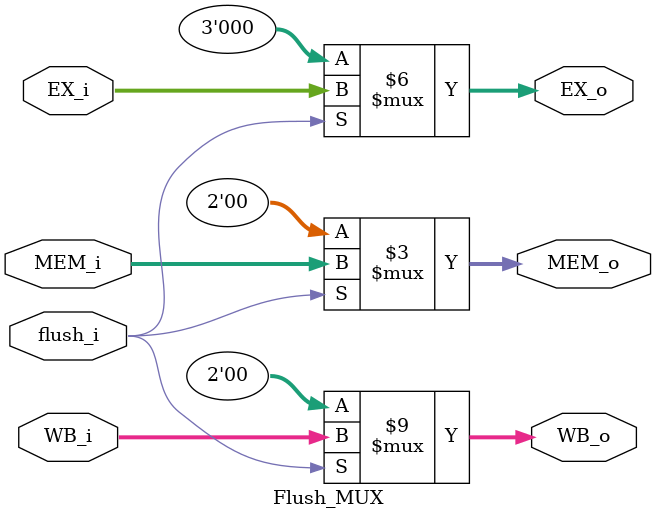
<source format=v>
/*flush_i == 1 ouput都設成0
  flush_i == 0 不變 */
module Flush_MUX(
  input      [1:0]  WB_i,
  input      [2:0]  EX_i,
  input      [1:0]  MEM_i,
  input             flush_i,
  output reg [1:0]  WB_o,
  output reg [2:0]  EX_o,
  output reg [1:0]  MEM_o 
);
always@(*) begin  
  if(flush_i) begin
    WB_o <= WB_i;
    EX_o <= EX_i;
    MEM_o <= MEM_i;
  end
  else begin
    WB_o <= 2'd0;
    EX_o <= 3'd0;
    MEM_o <= 2'd0;
  end
end


endmodule
</source>
